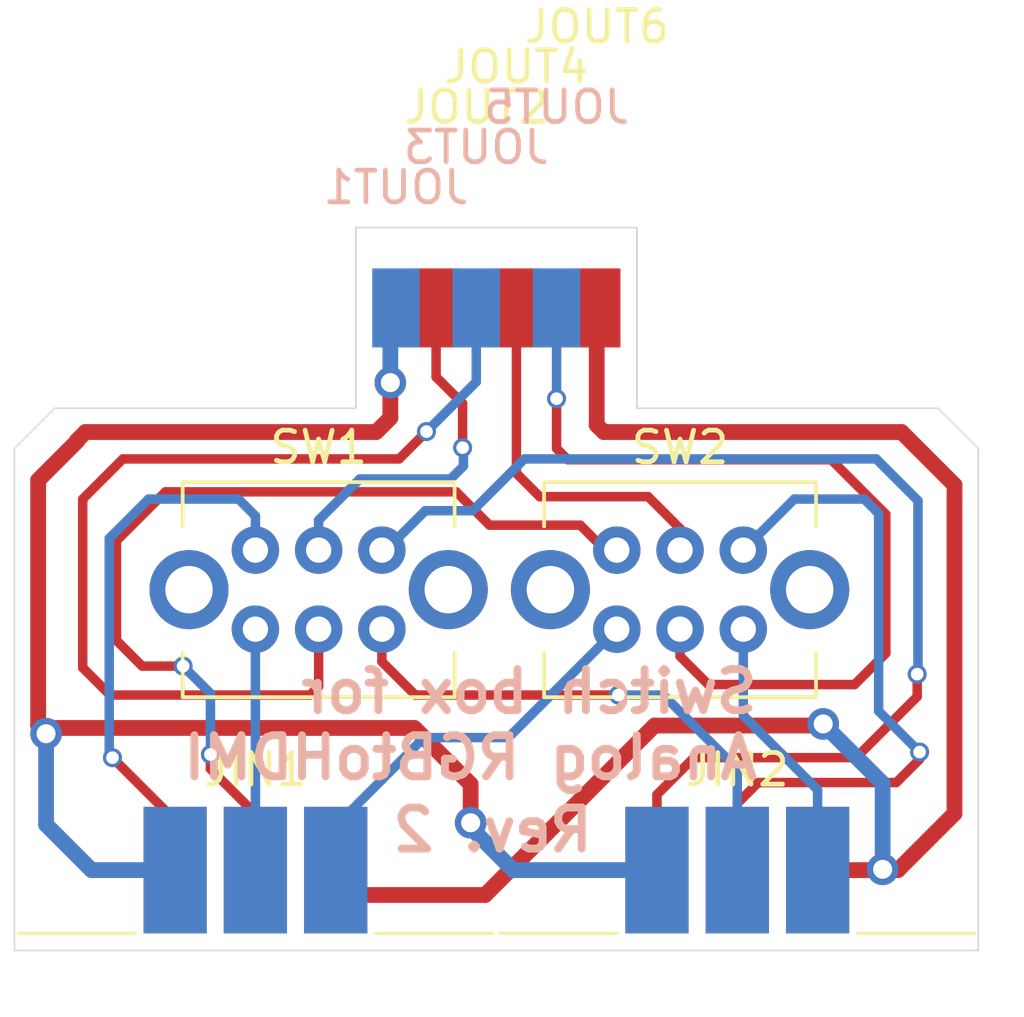
<source format=kicad_pcb>
(kicad_pcb (version 20240108) (generator "pcbnew") (generator_version "8.0")
  (title_block (title "Switch box") (rev "2"))
  (layers (0 "F.Cu" signal) (31 "B.Cu" signal) (34 "B.Paste" user) (35 "F.Paste" user) (36 "B.SilkS" user "B.Silkscreen") (37 "F.SilkS" user "F.Silkscreen") (38 "B.Mask" user) (39 "F.Mask" user) (44 "Edge.Cuts" user))
  (net 0 "")
  (net 1 "/GND")
  (net 2 "/5V")
  (net 3 "/RED")
  (net 4 "/BLUE")
  (net 5 "/SYNC")
  (net 6 "/GREEN")
  (net 7 "/G1")
  (net 8 "/S1")
  (net 9 "/R1")
  (net 10 "/B1")
  (net 11 "/S2")
  (net 12 "/B2")
  (net 13 "/G2")
  (net 14 "/R2")
  (footprint "Library:OS202011MS2QN1" (layer "F.Cu") (at 118.84 80.03)
    (property "Reference" "SW2" (at 0 -4.5 0) (layer "F.SilkS"))
    (property "Value" "SW_DPDT_x2")
    (fp_line (start -4.3 -2) (end -4.3 -3.4) (stroke (width 0.12)) (layer "F.SilkS"))
    (fp_line (start -4.3 3.4) (end -4.3 2) (stroke (width 0.12)) (layer "F.SilkS"))
    (fp_line (start 4.3 -3.4) (end -4.3 -3.4) (stroke (width 0.12)) (layer "F.SilkS"))
    (fp_line (start 4.3 -2) (end 4.3 -3.4) (stroke (width 0.12)) (layer "F.SilkS"))
    (fp_line (start 4.3 3.4) (end -4.3 3.4) (stroke (width 0.12)) (layer "F.SilkS"))
    (fp_line (start 4.3 3.4) (end 4.3 2) (stroke (width 0.12)) (layer "F.SilkS"))
    (pad "" thru_hole circle (at -4.1 0) (size 2.5 2.5) (drill 1.5) (layers "*.Cu" "*.Mask"))
    (pad "" thru_hole circle (at 4.1 0) (size 2.5 2.5) (drill 1.5) (layers "*.Cu" "*.Mask"))
    (pad "1" thru_hole circle (at -2 -1.25) (size 1.5 1.5) (drill 0.8) (layers "*.Cu" "*.Mask") (net 7 "/G1"))
    (pad "2" thru_hole circle (at 0 -1.25) (size 1.5 1.5) (drill 0.8) (layers "*.Cu" "*.Mask") (net 6 "/GREEN"))
    (pad "3" thru_hole circle (at 2 -1.25) (size 1.5 1.5) (drill 0.8) (layers "*.Cu" "*.Mask") (net 13 "/G2"))
    (pad "4" thru_hole circle (at -2 1.25) (size 1.5 1.5) (drill 0.8) (layers "*.Cu" "*.Mask") (net 9 "/R1"))
    (pad "5" thru_hole circle (at 0 1.25) (size 1.5 1.5) (drill 0.8) (layers "*.Cu" "*.Mask") (net 3 "/RED"))
    (pad "6" thru_hole circle (at 2 1.25) (size 1.5 1.5) (drill 0.8) (layers "*.Cu" "*.Mask") (net 14 "/R2"))
  )
  (footprint "Library:OS202011MS2QN1" (layer "F.Cu") (at 107.41 80.03)
    (property "Reference" "SW1" (at 0 -4.5 0) (layer "F.SilkS"))
    (property "Value" "SW_DPDT_x2")
    (fp_line (start -4.3 -2) (end -4.3 -3.4) (stroke (width 0.12)) (layer "F.SilkS"))
    (fp_line (start -4.3 3.4) (end -4.3 2) (stroke (width 0.12)) (layer "F.SilkS"))
    (fp_line (start 4.3 -3.4) (end -4.3 -3.4) (stroke (width 0.12)) (layer "F.SilkS"))
    (fp_line (start 4.3 -2) (end 4.3 -3.4) (stroke (width 0.12)) (layer "F.SilkS"))
    (fp_line (start 4.3 3.4) (end -4.3 3.4) (stroke (width 0.12)) (layer "F.SilkS"))
    (fp_line (start 4.3 3.4) (end 4.3 2) (stroke (width 0.12)) (layer "F.SilkS"))
    (pad "" thru_hole circle (at -4.1 0) (size 2.5 2.5) (drill 1.5) (layers "*.Cu" "*.Mask"))
    (pad "" thru_hole circle (at 4.1 0) (size 2.5 2.5) (drill 1.5) (layers "*.Cu" "*.Mask"))
    (pad "1" thru_hole circle (at -2 -1.25) (size 1.5 1.5) (drill 0.8) (layers "*.Cu" "*.Mask") (net 8 "/S1"))
    (pad "2" thru_hole circle (at 0 -1.25) (size 1.5 1.5) (drill 0.8) (layers "*.Cu" "*.Mask") (net 5 "/SYNC"))
    (pad "3" thru_hole circle (at 2 -1.25) (size 1.5 1.5) (drill 0.8) (layers "*.Cu" "*.Mask") (net 11 "/S2"))
    (pad "4" thru_hole circle (at -2 1.25) (size 1.5 1.5) (drill 0.8) (layers "*.Cu" "*.Mask") (net 10 "/B1"))
    (pad "5" thru_hole circle (at 0 1.25) (size 1.5 1.5) (drill 0.8) (layers "*.Cu" "*.Mask") (net 4 "/BLUE"))
    (pad "6" thru_hole circle (at 2 1.25) (size 1.5 1.5) (drill 0.8) (layers "*.Cu" "*.Mask") (net 12 "/B2"))
  )
  (footprint "Library:IDC_PCB_mount_6" (layer "F.Cu") (at 120.65 88.9)
    (property "Reference" "JIN2" (at 0 -3.175 360) (layer "F.SilkS"))
    (property "Value" "Conn_02x03_Odd_Even")
    (fp_line (start -3.8 2) (end -7.5 2) (stroke (width 0.1)) (layer "F.SilkS"))
    (fp_line (start 7.5 2) (end 3.8 2) (stroke (width 0.1)) (layer "F.SilkS"))
    (pad "1" smd rect (at -2.54 0) (size 2 4) (layers "B.Cu" "B.Mask") (net 1 "/GND"))
    (pad "2" smd rect (at -2.54 0) (size 2 4) (layers "F.Cu" "F.Mask") (net 11 "/S2"))
    (pad "3" smd rect (at 0 0) (size 2 4) (layers "B.Cu" "B.Mask") (net 12 "/B2"))
    (pad "4" smd rect (at 0 0) (size 2 4) (layers "F.Cu" "F.Mask") (net 13 "/G2"))
    (pad "5" smd rect (at 2.54 0) (size 2 4) (layers "B.Cu" "B.Mask") (net 14 "/R2"))
    (pad "6" smd rect (at 2.54 0) (size 2 4) (layers "F.Cu" "F.Mask") (net 2 "/5V"))
  )
  (footprint "Library:TestPoint_Pad_1.5x2.5mm" (layer "F.Cu") (at 113.665 71.12)
    (property "Reference" "JOUT4" (at 0 -7.62 360) (layer "F.SilkS"))
    (property "Value" "Conn_01x01")
    (pad "1" smd rect (at 0 0) (size 1.5 2.5) (layers "F.Cu" "F.Mask") (net 6 "/GREEN"))
  )
  (footprint "Library:TestPoint_Pad_1.5x2.5mm" (layer "F.Cu") (at 116.205 71.12)
    (property "Reference" "JOUT6" (at 0 -8.89 360) (layer "F.SilkS"))
    (property "Value" "Conn_01x01")
    (pad "1" smd rect (at 0 0) (size 1.5 2.5) (layers "F.Cu" "F.Mask") (net 2 "/5V"))
  )
  (footprint "Library:TestPoint_Pad_1.5x2.5mm" (layer "F.Cu") (at 111.125 71.12)
    (property "Reference" "JOUT2" (at 1.27 -6.35 360) (layer "F.SilkS"))
    (property "Value" "Conn_01x01")
    (pad "1" smd rect (at 0 0) (size 1.5 2.5) (layers "F.Cu" "F.Mask") (net 5 "/SYNC"))
  )
  (footprint "Library:IDC_PCB_mount_6" (layer "F.Cu") (at 105.41 88.9)
    (property "Reference" "JIN1" (at 0 -3.175 360) (layer "F.SilkS"))
    (property "Value" "Conn_02x03_Odd_Even")
    (fp_line (start -3.8 2) (end -7.5 2) (stroke (width 0.1)) (layer "F.SilkS"))
    (fp_line (start 7.5 2) (end 3.8 2) (stroke (width 0.1)) (layer "F.SilkS"))
    (pad "1" smd rect (at -2.54 0) (size 2 4) (layers "B.Cu" "B.Mask") (net 1 "/GND"))
    (pad "2" smd rect (at -2.54 0) (size 2 4) (layers "F.Cu" "F.Mask") (net 8 "/S1"))
    (pad "3" smd rect (at 0 0) (size 2 4) (layers "B.Cu" "B.Mask") (net 10 "/B1"))
    (pad "4" smd rect (at 0 0) (size 2 4) (layers "F.Cu" "F.Mask") (net 7 "/G1"))
    (pad "5" smd rect (at 2.54 0) (size 2 4) (layers "B.Cu" "B.Mask") (net 9 "/R1"))
    (pad "6" smd rect (at 2.54 0) (size 2 4) (layers "F.Cu" "F.Mask") (net 2 "/5V"))
  )
  (footprint "Library:TestPoint_Pad_1.5x2.5mm" (layer "B.Cu") (at 109.855 71.12 180)
    (property "Reference" "JOUT1" (at 0 3.81 180) (layer "B.SilkS") (effects (justify mirror)))
    (property "Value" "Conn_01x01")
    (pad "1" smd rect (at 0 0 180) (size 1.5 2.5) (layers "B.Cu" "B.Mask") (net 1 "/GND"))
  )
  (footprint "Library:TestPoint_Pad_1.5x2.5mm" (layer "B.Cu") (at 114.935 71.12 180)
    (property "Reference" "JOUT5" (at 0 6.35 180) (layer "B.SilkS") (effects (justify mirror)))
    (property "Value" "Conn_01x01")
    (pad "1" smd rect (at 0 0 180) (size 1.5 2.5) (layers "B.Cu" "B.Mask") (net 3 "/RED"))
  )
  (footprint "Library:TestPoint_Pad_1.5x2.5mm" (layer "B.Cu") (at 112.395 71.12 180)
    (property "Reference" "JOUT3" (at 0 5.08 180) (layer "B.SilkS") (effects (justify mirror)))
    (property "Value" "Conn_01x01")
    (pad "1" smd rect (at 0 0 180) (size 1.5 2.5) (layers "B.Cu" "B.Mask") (net 4 "/BLUE"))
  )
  (gr_line (start 117.475 68.58) (end 108.585 68.58) (stroke (width 0.05)) (layer "Edge.Cuts"))
  (gr_line (start 127 74.295) (end 128.27 75.565) (stroke (width 0.05)) (layer "Edge.Cuts"))
  (gr_line (start 117.475 74.295) (end 117.475 69.85) (stroke (width 0.05)) (layer "Edge.Cuts"))
  (gr_line (start 108.585 74.295) (end 99.06 74.295) (stroke (width 0.05)) (layer "Edge.Cuts"))
  (gr_line (start 117.475 69.85) (end 117.475 68.58) (stroke (width 0.05)) (layer "Edge.Cuts"))
  (gr_line (start 97.79 75.565) (end 99.06 74.295) (stroke (width 0.05)) (layer "Edge.Cuts"))
  (gr_line (start 108.585 68.58) (end 108.585 74.295) (stroke (width 0.05)) (layer "Edge.Cuts"))
  (gr_line (start 128.27 91.44) (end 128.27 75.565) (stroke (width 0.05)) (layer "Edge.Cuts"))
  (gr_line (start 97.79 91.44) (end 128.27 91.44) (stroke (width 0.05)) (layer "Edge.Cuts"))
  (gr_line (start 97.79 75.565) (end 97.79 91.44) (stroke (width 0.05)) (layer "Edge.Cuts"))
  (gr_line (start 127 74.295) (end 117.475 74.295) (stroke (width 0.05)) (layer "Edge.Cuts"))
  (gr_text "Rev. 2" (at 116.205 88.392 0) (layer "B.SilkS") (effects (font (size 1.3 1.3) (thickness 0.25) (bold yes)) (justify left bottom mirror)))
  (gr_text "Switch box for\nAnalog RGBtoHDMI" (at 121.412 86.106 0) (layer "B.SilkS") (effects (font (size 1.3 1.3) (thickness 0.25) (bold yes)) (justify left bottom mirror)))
  (segment (start 100.0372 75.045) (end 109.232 75.045) (width 0.5) (layer "F.Cu") (net 1))
  (segment (start 98.79 84.586) (end 98.54 84.336) (width 0.5) (layer "F.Cu") (net 1))
  (segment (start 110.4392 84.4042) (end 112.2172 86.1822) (width 0.5) (layer "F.Cu") (net 1))
  (segment (start 109.6772 74.5998) (end 109.6772 73.4822) (width 0.5) (layer "F.Cu") (net 1))
  (segment (start 112.2172 86.1822) (end 112.2172 87.4014) (width 0.5) (layer "F.Cu") (net 1))
  (segment (start 98.79 84.586) (end 98.9718 84.4042) (width 0.5) (layer "F.Cu") (net 1))
  (segment (start 99.7712 75.311) (end 100.0372 75.045) (width 0.5) (layer "F.Cu") (net 1))
  (segment (start 109.232 75.045) (end 109.6772 74.5998) (width 0.5) (layer "F.Cu") (net 1))
  (segment (start 98.54 84.336) (end 98.54 76.5676) (width 0.5) (layer "F.Cu") (net 1))
  (segment (start 99.7712 75.3364) (end 99.7712 75.311) (width 0.5) (layer "F.Cu") (net 1))
  (segment (start 98.9718 84.4042) (end 110.4392 84.4042) (width 0.5) (layer "F.Cu") (net 1))
  (segment (start 98.54 76.5676) (end 99.7712 75.3364) (width 0.5) (layer "F.Cu") (net 1))
  (via (at 109.6772 73.4822) (size 1) (drill 0.6) (layers "F.Cu" "B.Cu") (net 1))
  (via (at 112.2172 87.4014) (size 1) (drill 0.6) (layers "F.Cu" "B.Cu") (net 1))
  (via (at 98.79 84.586) (size 1) (drill 0.6) (layers "F.Cu" "B.Cu") (net 1))
  (segment (start 98.79 87.4616) (end 100.2284 88.9) (width 0.5) (layer "B.Cu") (net 1))
  (segment (start 112.2172 87.4014) (end 112.2172 87.5538) (width 0.5) (layer "B.Cu") (net 1))
  (segment (start 100.2284 88.9) (end 102.87 88.9) (width 0.5) (layer "B.Cu") (net 1))
  (segment (start 109.6772 73.4822) (end 109.6772 71.2978) (width 0.5) (layer "B.Cu") (net 1))
  (segment (start 112.2172 87.5538) (end 113.5634 88.9) (width 0.5) (layer "B.Cu") (net 1))
  (segment (start 113.5634 88.9) (end 118.11 88.9) (width 0.5) (layer "B.Cu") (net 1))
  (segment (start 109.6772 71.2978) (end 109.855 71.12) (width 0.5) (layer "B.Cu") (net 1))
  (segment (start 98.79 84.586) (end 98.79 87.4616) (width 0.5) (layer "B.Cu") (net 1))
  (segment (start 108.7374 89.6874) (end 107.95 88.9) (width 0.5) (layer "F.Cu") (net 2))
  (segment (start 116.205 71.12) (end 116.205 74.82533) (width 0.5) (layer "F.Cu") (net 2))
  (segment (start 112.6744 89.6874) (end 108.7374 89.6874) (width 0.5) (layer "F.Cu") (net 2))
  (segment (start 125.222 88.9) (end 123.19 88.9) (width 0.5) (layer "F.Cu") (net 2))
  (segment (start 123.3678 84.2772) (end 123.317 84.328) (width 0.5) (layer "F.Cu") (net 2))
  (segment (start 127.52 87.11) (end 125.73 88.9) (width 0.5) (layer "F.Cu") (net 2))
  (segment (start 118.0338 84.328) (end 112.6744 89.6874) (width 0.5) (layer "F.Cu") (net 2))
  (segment (start 125.845 75.045) (end 127.52 76.72) (width 0.5) (layer "F.Cu") (net 2))
  (segment (start 116.42467 75.045) (end 125.845 75.045) (width 0.5) (layer "F.Cu") (net 2))
  (segment (start 116.205 74.82533) (end 116.42467 75.045) (width 0.5) (layer "F.Cu") (net 2))
  (segment (start 125.2474 88.8746) (end 125.222 88.9) (width 0.5) (layer "F.Cu") (net 2))
  (segment (start 127.52 76.72) (end 127.52 87.11) (width 0.5) (layer "F.Cu") (net 2))
  (segment (start 125.73 88.9) (end 125.222 88.9) (width 0.5) (layer "F.Cu") (net 2))
  (segment (start 123.317 84.328) (end 118.0338 84.328) (width 0.5) (layer "F.Cu") (net 2))
  (via (at 125.2474 88.8746) (size 1) (drill 0.6) (layers "F.Cu" "B.Cu") (net 2))
  (via (at 123.3678 84.2772) (size 1) (drill 0.6) (layers "F.Cu" "B.Cu") (net 2))
  (segment (start 125.2474 86.1568) (end 125.2474 88.8746) (width 0.5) (layer "B.Cu") (net 2))
  (segment (start 123.3678 84.2772) (end 125.2474 86.1568) (width 0.5) (layer "B.Cu") (net 2))
  (segment (start 114.935 75.565) (end 115.2906 75.9206) (width 0.3) (layer "F.Cu") (net 3))
  (segment (start 114.935 73.9902) (end 114.935 75.565) (width 0.3) (layer "F.Cu") (net 3))
  (segment (start 118.84 82.137) (end 118.84 81.28) (width 0.3) (layer "F.Cu") (net 3))
  (segment (start 123.6218 75.9206) (end 125.349 77.6478) (width 0.3) (layer "F.Cu") (net 3))
  (segment (start 125.349 82.042) (end 124.3584 83.0326) (width 0.3) (layer "F.Cu") (net 3))
  (segment (start 124.3584 83.0326) (end 119.7356 83.0326) (width 0.3) (layer "F.Cu") (net 3))
  (segment (start 125.349 77.6478) (end 125.349 82.042) (width 0.3) (layer "F.Cu") (net 3))
  (segment (start 115.2906 75.9206) (end 123.6218 75.9206) (width 0.3) (layer "F.Cu") (net 3))
  (segment (start 119.7356 83.0326) (end 118.84 82.137) (width 0.3) (layer "F.Cu") (net 3))
  (via (at 114.935 73.9902) (size 0.6) (drill 0.4) (layers "F.Cu" "B.Cu") (net 3))
  (segment (start 114.935 73.9902) (end 114.935 71.12) (width 0.3) (layer "B.Cu") (net 3))
  (segment (start 107.41 83.09) (end 107.41 81.28) (width 0.3) (layer "F.Cu") (net 4))
  (segment (start 99.949 77.1652) (end 99.949 82.4992) (width 0.3) (layer "F.Cu") (net 4))
  (segment (start 110.8202 75.0316) (end 109.9566 75.8952) (width 0.3) (layer "F.Cu") (net 4))
  (segment (start 107.1372 83.3628) (end 107.41 83.09) (width 0.3) (layer "F.Cu") (net 4))
  (segment (start 99.949 82.4992) (end 100.8126 83.3628) (width 0.3) (layer "F.Cu") (net 4))
  (segment (start 101.219 75.8952) (end 99.949 77.1652) (width 0.3) (layer "F.Cu") (net 4))
  (segment (start 100.8126 83.3628) (end 107.1372 83.3628) (width 0.3) (layer "F.Cu") (net 4))
  (segment (start 109.9566 75.8952) (end 101.219 75.8952) (width 0.3) (layer "F.Cu") (net 4))
  (via (at 110.8202 75.0316) (size 0.6) (drill 0.4) (layers "F.Cu" "B.Cu") (net 4))
  (segment (start 110.8202 75.0316) (end 112.395 73.4568) (width 0.3) (layer "B.Cu") (net 4))
  (segment (start 112.395 73.4568) (end 112.395 71.12) (width 0.3) (layer "B.Cu") (net 4))
  (segment (start 111.125 73.3044) (end 111.125 71.12) (width 0.3) (layer "F.Cu") (net 5))
  (segment (start 111.9632 75.5396) (end 111.9632 74.1426) (width 0.3) (layer "F.Cu") (net 5))
  (segment (start 111.9632 74.1426) (end 111.125 73.3044) (width 0.3) (layer "F.Cu") (net 5))
  (via (at 111.9632 75.5396) (size 0.6) (drill 0.4) (layers "F.Cu" "B.Cu") (net 5))
  (segment (start 111.9886 75.565) (end 111.9632 75.5396) (width 0.3) (layer "B.Cu") (net 5))
  (segment (start 107.41 77.8322) (end 108.712 76.5302) (width 0.3) (layer "B.Cu") (net 5))
  (segment (start 111.5822 76.5302) (end 111.9886 76.1238) (width 0.3) (layer "B.Cu") (net 5))
  (segment (start 111.9886 76.1238) (end 111.9886 75.565) (width 0.3) (layer "B.Cu") (net 5))
  (segment (start 107.41 78.78) (end 107.41 77.8322) (width 0.3) (layer "B.Cu") (net 5))
  (segment (start 108.712 76.5302) (end 111.5822 76.5302) (width 0.3) (layer "B.Cu") (net 5))
  (segment (start 117.8306 77.089) (end 118.84 78.0984) (width 0.3) (layer "F.Cu") (net 6))
  (segment (start 113.665 71.12) (end 113.665 76.3524) (width 0.3) (layer "F.Cu") (net 6))
  (segment (start 118.84 78.0984) (end 118.84 78.78) (width 0.3) (layer "F.Cu") (net 6))
  (segment (start 114.4016 77.089) (end 117.8306 77.089) (width 0.3) (layer "F.Cu") (net 6))
  (segment (start 113.665 76.3524) (end 114.4016 77.089) (width 0.3) (layer "F.Cu") (net 6))
  (segment (start 101.0158 78.486) (end 102.5652 76.9366) (width 0.3) (layer "F.Cu") (net 7))
  (segment (start 103.124 82.4484) (end 101.8286 82.4484) (width 0.3) (layer "F.Cu") (net 7))
  (segment (start 115.6843 77.9907) (end 112.8141 77.9907) (width 0.3) (layer "F.Cu") (net 7))
  (segment (start 103.9876 85.6996) (end 105.41 87.122) (width 0.3) (layer "F.Cu") (net 7))
  (segment (start 101.0158 81.6356) (end 101.0158 78.486) (width 0.3) (layer "F.Cu") (net 7))
  (segment (start 112.8141 77.9907) (end 111.76 76.9366) (width 0.3) (layer "F.Cu") (net 7))
  (segment (start 105.41 87.122) (end 105.41 88.9) (width 0.3) (layer "F.Cu") (net 7))
  (segment (start 116.4736 78.78) (end 116.84 78.78) (width 0.3) (layer "F.Cu") (net 7))
  (segment (start 103.9876 85.2424) (end 103.9876 85.6996) (width 0.3) (layer "F.Cu") (net 7))
  (segment (start 102.5652 76.9366) (end 111.76 76.9366) (width 0.3) (layer "F.Cu") (net 7))
  (segment (start 101.8286 82.4484) (end 101.0158 81.6356) (width 0.3) (layer "F.Cu") (net 7))
  (segment (start 115.6843 77.9907) (end 116.4736 78.78) (width 0.3) (layer "F.Cu") (net 7))
  (via (at 103.9876 85.2424) (size 0.6) (drill 0.4) (layers "F.Cu" "B.Cu") (net 7))
  (via (at 103.124 82.4484) (size 0.6) (drill 0.4) (layers "F.Cu" "B.Cu") (net 7))
  (segment (start 103.9876 85.2424) (end 103.9876 83.312) (width 0.3) (layer "B.Cu") (net 7))
  (segment (start 103.9876 83.312) (end 103.124 82.4484) (width 0.3) (layer "B.Cu") (net 7))
  (segment (start 102.87 87.3252) (end 102.87 88.9) (width 0.3) (layer "F.Cu") (net 8))
  (segment (start 100.8888 85.344) (end 102.87 87.3252) (width 0.3) (layer "F.Cu") (net 8))
  (via (at 100.8888 85.344) (size 0.6) (drill 0.4) (layers "F.Cu" "B.Cu") (net 8))
  (segment (start 102.0318 77.1652) (end 104.8766 77.1652) (width 0.3) (layer "B.Cu") (net 8))
  (segment (start 100.7872 85.2424) (end 100.7872 78.4098) (width 0.3) (layer "B.Cu") (net 8))
  (segment (start 100.8888 85.344) (end 100.7872 85.2424) (width 0.3) (layer "B.Cu") (net 8))
  (segment (start 105.41 77.6986) (end 105.41 78.78) (width 0.3) (layer "B.Cu") (net 8))
  (segment (start 100.7872 78.4098) (end 102.0318 77.1652) (width 0.3) (layer "B.Cu") (net 8))
  (segment (start 104.8766 77.1652) (end 105.41 77.6986) (width 0.3) (layer "B.Cu") (net 8))
  (segment (start 110.744 84.709) (end 113.411 84.709) (width 0.3) (layer "B.Cu") (net 9))
  (segment (start 113.411 84.709) (end 116.84 81.28) (width 0.3) (layer "B.Cu") (net 9))
  (segment (start 107.95 88.9) (end 107.95 87.503) (width 0.3) (layer "B.Cu") (net 9))
  (segment (start 107.95 87.503) (end 110.744 84.709) (width 0.3) (layer "B.Cu") (net 9))
  (segment (start 105.41 88.9) (end 105.41 81.28) (width 0.3) (layer "B.Cu") (net 10))
  (segment (start 118.11 86.5124) (end 118.11 88.9) (width 0.3) (layer "F.Cu") (net 11))
  (segment (start 124.4092 85.344) (end 119.2784 85.344) (width 0.3) (layer "F.Cu") (net 11))
  (segment (start 126.3396 83.4136) (end 124.4092 85.344) (width 0.3) (layer "F.Cu") (net 11))
  (segment (start 126.3396 82.7024) (end 126.3396 83.4136) (width 0.3) (layer "F.Cu") (net 11))
  (segment (start 119.2784 85.344) (end 118.11 86.5124) (width 0.3) (layer "F.Cu") (net 11))
  (via (at 126.3396 82.7024) (size 0.6) (drill 0.4) (layers "F.Cu" "B.Cu") (net 11))
  (segment (start 113.919 75.8952) (end 125.0442 75.8952) (width 0.3) (layer "B.Cu") (net 11))
  (segment (start 126.365 77.216) (end 126.365 82.7278) (width 0.3) (layer "B.Cu") (net 11))
  (segment (start 126.365 82.7278) (end 126.3396 82.7024) (width 0.3) (layer "B.Cu") (net 11))
  (segment (start 125.0442 75.8952) (end 126.365 77.216) (width 0.3) (layer "B.Cu") (net 11))
  (segment (start 112.2807 77.5335) (end 113.919 75.8952) (width 0.3) (layer "B.Cu") (net 11))
  (segment (start 109.41 78.78) (end 109.5356 78.78) (width 0.3) (layer "B.Cu") (net 11))
  (segment (start 110.7821 77.5335) (end 112.2807 77.5335) (width 0.3) (layer "B.Cu") (net 11))
  (segment (start 109.5356 78.78) (end 110.7821 77.5335) (width 0.3) (layer "B.Cu") (net 11))
  (segment (start 109.41 82.3082) (end 109.41 81.28) (width 0.3) (layer "F.Cu") (net 12))
  (segment (start 116.8908 83.3628) (end 110.4646 83.3628) (width 0.3) (layer "F.Cu") (net 12))
  (segment (start 110.4646 83.3628) (end 109.41 82.3082) (width 0.3) (layer "F.Cu") (net 12))
  (via (at 116.8908 83.3628) (size 0.6) (drill 0.4) (layers "F.Cu" "B.Cu") (net 12))
  (segment (start 118.3132 83.3628) (end 120.65 85.6996) (width 0.3) (layer "B.Cu") (net 12))
  (segment (start 120.65 85.6996) (end 120.65 88.9) (width 0.3) (layer "B.Cu") (net 12))
  (segment (start 116.8908 83.3628) (end 118.3132 83.3628) (width 0.3) (layer "B.Cu") (net 12))
  (segment (start 125.6792 86.1314) (end 121.3104 86.1314) (width 0.3) (layer "F.Cu") (net 13))
  (segment (start 126.4158 85.1662) (end 126.4158 85.3948) (width 0.3) (layer "F.Cu") (net 13))
  (segment (start 126.4158 85.3948) (end 125.6792 86.1314) (width 0.3) (layer "F.Cu") (net 13))
  (segment (start 121.3104 86.1314) (end 120.65 86.7918) (width 0.3) (layer "F.Cu") (net 13))
  (segment (start 120.65 86.7918) (end 120.65 88.9) (width 0.3) (layer "F.Cu") (net 13))
  (via (at 126.4158 85.1662) (size 0.6) (drill 0.4) (layers "F.Cu" "B.Cu") (net 13))
  (segment (start 125.1204 77.6224) (end 124.6632 77.1652) (width 0.3) (layer "B.Cu") (net 13))
  (segment (start 125.1204 83.8708) (end 125.1204 77.6224) (width 0.3) (layer "B.Cu") (net 13))
  (segment (start 124.6632 77.1652) (end 122.4548 77.1652) (width 0.3) (layer "B.Cu") (net 13))
  (segment (start 122.4548 77.1652) (end 120.84 78.78) (width 0.3) (layer "B.Cu") (net 13))
  (segment (start 126.4158 85.1662) (end 125.1204 83.8708) (width 0.3) (layer "B.Cu") (net 13))
  (segment (start 123.19 88.9) (end 123.19 86.36) (width 0.3) (layer "B.Cu") (net 14))
  (segment (start 120.84 84.01) (end 120.84 81.28) (width 0.3) (layer "B.Cu") (net 14))
  (segment (start 123.19 86.36) (end 120.84 84.01) (width 0.3) (layer "B.Cu") (net 14))
)
</source>
